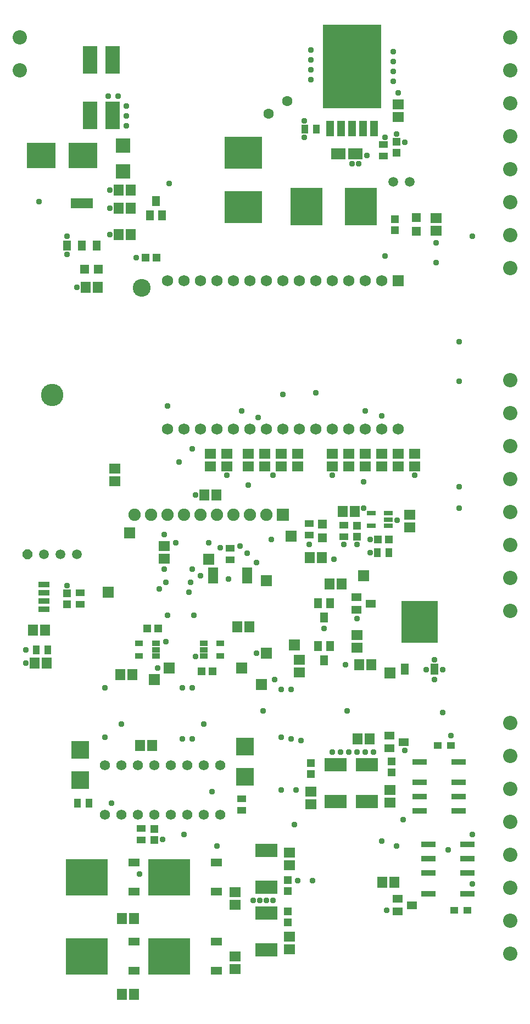
<source format=gbr>
G04 EAGLE Gerber RS-274X export*
G75*
%MOMM*%
%FSLAX34Y34*%
%LPD*%
%INSoldermask Top*%
%IPPOS*%
%AMOC8*
5,1,8,0,0,1.08239X$1,22.5*%
G01*
%ADD10C,2.743200*%
%ADD11R,1.727200X1.727200*%
%ADD12C,1.727200*%
%ADD13C,2.203200*%
%ADD14R,9.093200X12.903200*%
%ADD15R,1.270000X2.362200*%
%ADD16R,4.965000X5.715000*%
%ADD17R,2.218500X1.775000*%
%ADD18C,1.503200*%
%ADD19C,1.603200*%
%ADD20R,1.703200X1.503200*%
%ADD21R,1.403200X1.003200*%
%ADD22R,1.003200X1.403200*%
%ADD23R,1.203200X1.303200*%
%ADD24R,1.303200X1.203200*%
%ADD25R,1.403200X0.753200*%
%ADD26R,1.503200X1.703200*%
%ADD27R,1.908300X1.908300*%
%ADD28C,1.908300*%
%ADD29R,1.403200X1.403200*%
%ADD30R,4.445000X4.013200*%
%ADD31P,1.635708X8X22.500000*%
%ADD32C,1.511200*%
%ADD33C,3.453200*%
%ADD34R,1.803400X0.914400*%
%ADD35R,1.603200X1.203200*%
%ADD36R,1.203200X1.603200*%
%ADD37R,5.603200X6.403200*%
%ADD38R,1.203200X1.803200*%
%ADD39C,1.569700*%
%ADD40R,6.403200X5.603200*%
%ADD41R,1.803200X1.203200*%
%ADD42R,1.193200X0.893200*%
%ADD43R,2.743200X2.743200*%
%ADD44R,3.403200X2.003200*%
%ADD45R,2.203200X2.203200*%
%ADD46R,1.153200X1.523200*%
%ADD47R,3.453200X1.523200*%
%ADD48R,2.315000X4.315000*%
%ADD49R,5.715000X4.965000*%
%ADD50R,2.235200X0.914400*%
%ADD51R,1.203200X1.003200*%
%ADD52R,1.703200X1.703200*%
%ADD53R,1.622400X0.575000*%
%ADD54C,0.959600*%


D10*
X245110Y1126490D03*
D11*
X640080Y1137920D03*
D12*
X614680Y1137920D03*
X589280Y1137920D03*
X563880Y1137920D03*
X538480Y1137920D03*
X513080Y1137920D03*
X487680Y1137920D03*
X462280Y1137920D03*
X436880Y1137920D03*
X411480Y1137920D03*
X386080Y1137920D03*
X360680Y1137920D03*
X335280Y1137920D03*
X309880Y1137920D03*
X284480Y1137920D03*
X640080Y909320D03*
X614680Y909320D03*
X589280Y909320D03*
X563880Y909320D03*
X538480Y909320D03*
X513080Y909320D03*
X487680Y909320D03*
X462280Y909320D03*
X436880Y909320D03*
X411480Y909320D03*
X386080Y909320D03*
X360680Y909320D03*
X335280Y909320D03*
X309880Y909320D03*
X284480Y909320D03*
D13*
X56892Y1512527D03*
X56892Y1461727D03*
D14*
X568960Y1468120D03*
D15*
X534924Y1372108D03*
X551942Y1372108D03*
X568960Y1372108D03*
X585978Y1372108D03*
X602996Y1372108D03*
D16*
X499270Y1252220D03*
X582770Y1252220D03*
D17*
X548340Y1333500D03*
X574340Y1333500D03*
D18*
X632660Y1290320D03*
X657660Y1290320D03*
D19*
X468995Y1414658D03*
X440325Y1394582D03*
D20*
X640080Y1409040D03*
X640080Y1390040D03*
D21*
X617220Y1329580D03*
X617220Y1347580D03*
D22*
X514460Y1371600D03*
X496460Y1371600D03*
D23*
X637540Y1335160D03*
X637540Y1352160D03*
X635000Y1232780D03*
X635000Y1215780D03*
D24*
X250580Y1173480D03*
X267580Y1173480D03*
D25*
X625140Y760120D03*
X625140Y769620D03*
X625140Y779120D03*
X599140Y779120D03*
X599140Y760120D03*
D21*
X556260Y760840D03*
X556260Y742840D03*
D23*
X576580Y760340D03*
X576580Y743340D03*
D26*
X573380Y782320D03*
X554380Y782320D03*
D22*
X626220Y718820D03*
X608220Y718820D03*
D24*
X625720Y739140D03*
X608720Y739140D03*
D20*
X657860Y757580D03*
X657860Y776580D03*
D27*
X462280Y777240D03*
D28*
X436880Y777240D03*
X411480Y777240D03*
X386080Y777240D03*
X360680Y777240D03*
X335280Y777240D03*
X309880Y777240D03*
X284480Y777240D03*
X259080Y777240D03*
X233680Y777240D03*
D21*
X502920Y745380D03*
X502920Y763380D03*
D26*
X341020Y807720D03*
X360020Y807720D03*
D20*
X614680Y870560D03*
X614680Y851560D03*
X589280Y870560D03*
X589280Y851560D03*
D29*
X178140Y1155700D03*
X157140Y1155700D03*
X668020Y1234780D03*
X668020Y1213780D03*
X523240Y741340D03*
X523240Y762340D03*
D26*
X158140Y1127760D03*
X177140Y1127760D03*
D20*
X698500Y1214780D03*
X698500Y1233780D03*
D26*
X503580Y711200D03*
X522580Y711200D03*
D30*
X90170Y1330960D03*
X153924Y1330960D03*
D13*
X812796Y984461D03*
X812796Y933661D03*
X812796Y882861D03*
X812796Y832061D03*
X812796Y781261D03*
X812796Y730461D03*
X812796Y679661D03*
X812796Y628861D03*
D20*
X459740Y851560D03*
X459740Y870560D03*
X485140Y870560D03*
X485140Y851560D03*
X434340Y851560D03*
X434340Y870560D03*
X408940Y870560D03*
X408940Y851560D03*
D13*
X812796Y1512527D03*
X812796Y1461727D03*
X812796Y1410927D03*
X812796Y1360127D03*
X812796Y1309327D03*
X812796Y1258527D03*
X812796Y1207727D03*
X812796Y1156927D03*
D20*
X640080Y870560D03*
X640080Y851560D03*
X350520Y870560D03*
X350520Y851560D03*
X563880Y870560D03*
X563880Y851560D03*
X538480Y851560D03*
X538480Y870560D03*
X375920Y851560D03*
X375920Y870560D03*
X665480Y851560D03*
X665480Y870560D03*
D31*
X68580Y716280D03*
D32*
X93980Y716280D03*
X119380Y716280D03*
X144780Y716280D03*
D33*
X106680Y961280D03*
D20*
X203200Y828700D03*
X203200Y847700D03*
D34*
X93980Y631190D03*
X93980Y643890D03*
X93980Y656590D03*
X93980Y669290D03*
D26*
X76860Y599440D03*
X95860Y599440D03*
D23*
X129540Y639200D03*
X129540Y656200D03*
D21*
X149860Y638700D03*
X149860Y656700D03*
D22*
X82440Y568960D03*
X100440Y568960D03*
D26*
X79400Y548640D03*
X98400Y548640D03*
D13*
X812796Y456395D03*
X812796Y405595D03*
X812796Y354795D03*
X812796Y303995D03*
X812796Y253195D03*
X812796Y202395D03*
X812796Y151595D03*
X812796Y100795D03*
D35*
X597740Y640080D03*
X575740Y630580D03*
X575740Y649580D03*
D36*
X525780Y552880D03*
X516280Y574880D03*
X535280Y574880D03*
D37*
X673100Y611740D03*
D38*
X650300Y538740D03*
X695900Y538740D03*
D20*
X487680Y553060D03*
X487680Y534060D03*
D26*
X598780Y546100D03*
X579780Y546100D03*
D20*
X576580Y591160D03*
X576580Y572160D03*
D26*
X534060Y670560D03*
X553060Y670560D03*
D36*
X535280Y640920D03*
X525780Y618920D03*
X516280Y640920D03*
D39*
X365760Y391160D03*
X340360Y391160D03*
X314960Y391160D03*
X289560Y391160D03*
X264160Y391160D03*
X238760Y391160D03*
X213360Y391160D03*
X187960Y391160D03*
X187960Y314960D03*
X213360Y314960D03*
X238760Y314960D03*
X264160Y314960D03*
X289560Y314960D03*
X314960Y314960D03*
X340360Y314960D03*
X365760Y314960D03*
D40*
X160420Y218440D03*
D41*
X233420Y195640D03*
X233420Y241240D03*
D40*
X287420Y218440D03*
D41*
X360420Y195640D03*
X360420Y241240D03*
D40*
X160420Y96520D03*
D41*
X233420Y73720D03*
X233420Y119320D03*
D40*
X287420Y96520D03*
D41*
X360420Y73720D03*
X360420Y119320D03*
D42*
X340160Y578460D03*
X340160Y568960D03*
X340160Y559460D03*
X366060Y559460D03*
X366060Y578460D03*
X266900Y559460D03*
X266900Y568960D03*
X266900Y578460D03*
X241000Y578460D03*
X241000Y559460D03*
D21*
X398780Y321200D03*
X398780Y339200D03*
D22*
X145940Y332740D03*
X163940Y332740D03*
D23*
X264160Y292980D03*
X264160Y275980D03*
D26*
X241960Y421640D03*
X260960Y421640D03*
D43*
X403860Y419735D03*
X403860Y372745D03*
X149860Y367665D03*
X149860Y414655D03*
D20*
X472440Y236880D03*
X472440Y255880D03*
D23*
X469900Y214240D03*
X469900Y197240D03*
D44*
X436880Y203140D03*
X436880Y259140D03*
X436880Y162620D03*
X436880Y106620D03*
D20*
X472440Y107340D03*
X472440Y126340D03*
D23*
X469900Y148980D03*
X469900Y165980D03*
D45*
X215900Y1305880D03*
X215900Y1345880D03*
D46*
X129400Y1191880D03*
X152400Y1191880D03*
X175400Y1191880D03*
D47*
X152400Y1256680D03*
D26*
X208940Y1209040D03*
X227940Y1209040D03*
D36*
X266700Y1260680D03*
X276200Y1238680D03*
X257200Y1238680D03*
D26*
X227940Y1277620D03*
X208940Y1277620D03*
X208940Y1249680D03*
X227940Y1249680D03*
D48*
X165380Y1477600D03*
X165380Y1392600D03*
X200380Y1392600D03*
X200380Y1477600D03*
D49*
X401320Y1251110D03*
X401320Y1334610D03*
D24*
X253120Y601980D03*
X270120Y601980D03*
X336940Y535940D03*
X353940Y535940D03*
D20*
X627380Y352400D03*
X627380Y333400D03*
D23*
X629920Y380120D03*
X629920Y397120D03*
D44*
X591820Y391220D03*
X591820Y335220D03*
X543560Y391220D03*
X543560Y335220D03*
D20*
X505460Y330860D03*
X505460Y349860D03*
D23*
X505460Y377580D03*
X505460Y394580D03*
D50*
X746760Y193040D03*
X746760Y225040D03*
X746760Y247040D03*
X746760Y269040D03*
X686760Y269040D03*
X686760Y247040D03*
X686760Y225040D03*
X686760Y193040D03*
X673100Y396240D03*
X673100Y364240D03*
X673100Y342240D03*
X673100Y320240D03*
X733100Y320240D03*
X733100Y342240D03*
X733100Y364240D03*
X733100Y396240D03*
D35*
X661240Y175260D03*
X639240Y165760D03*
X639240Y184760D03*
D26*
X615340Y210820D03*
X634340Y210820D03*
D35*
X648540Y426720D03*
X626540Y417220D03*
X626540Y436220D03*
D26*
X577240Y431800D03*
X596240Y431800D03*
D51*
X726600Y167640D03*
X746600Y167640D03*
X721200Y421640D03*
X701200Y421640D03*
D52*
X226060Y749300D03*
X480060Y576580D03*
X429260Y515620D03*
X193040Y657860D03*
X436880Y563880D03*
X264160Y523240D03*
X398780Y541020D03*
X287020Y541020D03*
X627380Y533400D03*
X586740Y683260D03*
X474980Y744220D03*
D53*
X354787Y693260D03*
X354787Y688260D03*
X354787Y683260D03*
X354787Y678260D03*
X354787Y673260D03*
X407213Y673260D03*
X407213Y678260D03*
X407213Y683260D03*
X407213Y688260D03*
X407213Y693260D03*
D20*
X279400Y709320D03*
X279400Y728320D03*
D52*
X347980Y708660D03*
X436880Y675640D03*
D21*
X381000Y725280D03*
X381000Y707280D03*
X243840Y293480D03*
X243840Y275480D03*
D26*
X214020Y154940D03*
X233020Y154940D03*
X233020Y38100D03*
X214020Y38100D03*
D20*
X388620Y175920D03*
X388620Y194920D03*
X388620Y76860D03*
X388620Y95860D03*
D26*
X410820Y604520D03*
X391820Y604520D03*
X211480Y530860D03*
X230480Y530860D03*
D54*
X327660Y807720D03*
X502920Y731520D03*
X236220Y1173480D03*
X665480Y838200D03*
X538480Y838200D03*
X129540Y1178560D03*
X129540Y1206500D03*
X144780Y1127760D03*
X195580Y1277620D03*
X193040Y1422400D03*
X208280Y1422400D03*
X220980Y1407160D03*
X220980Y1391920D03*
X220980Y1376680D03*
X195580Y1249680D03*
X195580Y1209040D03*
X375920Y838200D03*
X447040Y838200D03*
X129540Y668020D03*
X66040Y548640D03*
X556260Y731520D03*
X576580Y731520D03*
X596900Y739140D03*
X596900Y718820D03*
X638810Y768734D03*
X640080Y1427480D03*
X495300Y1384300D03*
X495300Y1358900D03*
X568960Y1318260D03*
X579120Y1318260D03*
X591820Y1330960D03*
X505460Y1478280D03*
X505460Y1463040D03*
X505460Y1493520D03*
X505460Y1447800D03*
X632460Y1445260D03*
X632460Y1460500D03*
X632460Y1475740D03*
X632460Y1490980D03*
X650240Y1351280D03*
X637540Y1363980D03*
X619760Y1358900D03*
X698500Y1196340D03*
X525780Y601980D03*
X576580Y617220D03*
X683260Y538480D03*
X695960Y523240D03*
X708660Y538480D03*
X695960Y553720D03*
X281940Y581660D03*
X327660Y558800D03*
X276860Y276860D03*
X416560Y182880D03*
X426720Y182880D03*
X436880Y182880D03*
X447040Y182880D03*
X538480Y411480D03*
X551180Y411480D03*
X563880Y411480D03*
X576580Y411480D03*
X589280Y411480D03*
X601980Y411480D03*
X622300Y167640D03*
X287020Y1287780D03*
X698500Y1165860D03*
X619760Y1176020D03*
X421640Y563880D03*
X365760Y726214D03*
X279400Y746760D03*
X335280Y683260D03*
X269240Y541020D03*
X586740Y787400D03*
X586740Y828040D03*
X66040Y568960D03*
X284480Y622300D03*
X325120Y622300D03*
X513080Y965200D03*
X541020Y708660D03*
X462280Y962660D03*
X322580Y878840D03*
X302260Y858520D03*
X408940Y822960D03*
X284480Y944880D03*
X271780Y662940D03*
X317500Y657860D03*
X734060Y1043940D03*
X734060Y982980D03*
X734060Y820420D03*
X734060Y787400D03*
X754380Y1206500D03*
X347980Y734060D03*
X307340Y510540D03*
X307340Y431800D03*
X353060Y350520D03*
X480060Y299720D03*
X297180Y734060D03*
X449580Y523240D03*
X490220Y429260D03*
X424180Y927100D03*
X614680Y929640D03*
X407670Y717550D03*
X398780Y937260D03*
X589280Y937260D03*
X396240Y728980D03*
X444500Y739140D03*
X421640Y703580D03*
X558800Y546100D03*
X561340Y474980D03*
X754380Y284480D03*
X754380Y208280D03*
X708660Y472440D03*
X86360Y1259840D03*
X431800Y474980D03*
X340360Y454660D03*
X213360Y454660D03*
X485140Y213360D03*
X508000Y213360D03*
X474980Y431800D03*
X474980Y508000D03*
X647700Y307340D03*
X614680Y274320D03*
X378460Y678180D03*
X459740Y508000D03*
X459740Y434340D03*
X482600Y353060D03*
X459740Y353060D03*
X281940Y673100D03*
X320040Y673100D03*
X241300Y223520D03*
X360680Y266700D03*
X309880Y284480D03*
X322580Y510540D03*
X322580Y431800D03*
X187960Y510540D03*
X187960Y434340D03*
X198120Y332740D03*
X717550Y260350D03*
X637540Y266700D03*
X650240Y414020D03*
X721360Y436880D03*
X322580Y693420D03*
X279400Y693420D03*
M02*

</source>
